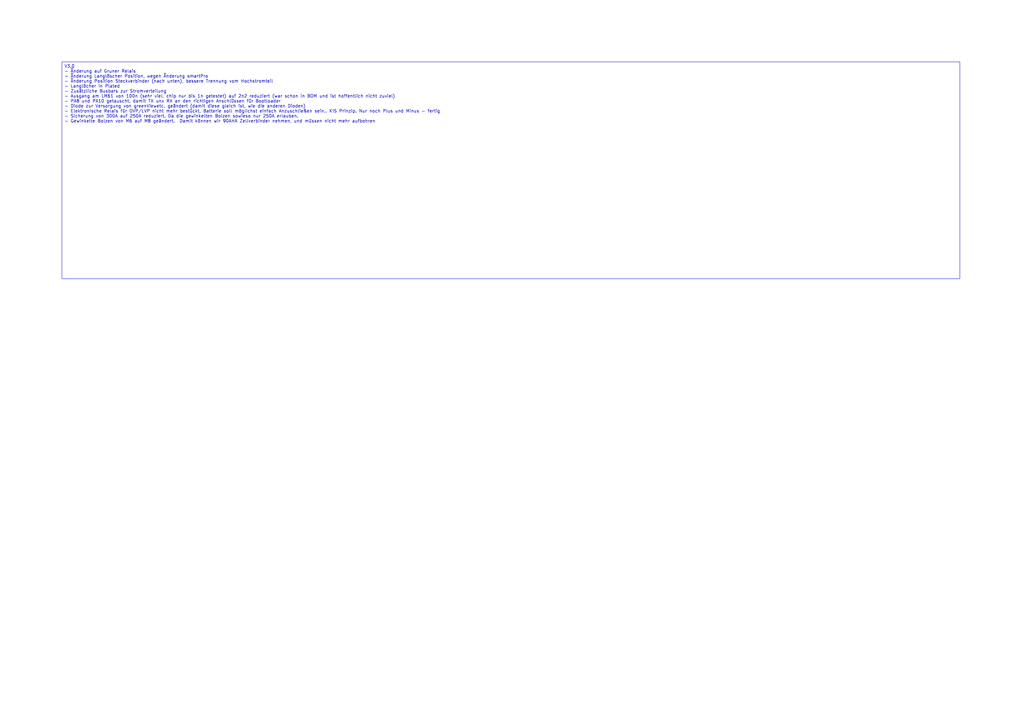
<source format=kicad_sch>
(kicad_sch
	(version 20250114)
	(generator "eeschema")
	(generator_version "9.0")
	(uuid "7cf6b16c-e94c-4a7a-b931-cb732e94cf90")
	(paper "A3")
	(lib_symbols)
	(text_box "V3.0\n- Änderung auf Gruner Relais\n- Änderung Langlöscher Position, wegen Änderung smartPro\n- Änderung Position Steckverbinder (nach unten), bessere Trennung vom Hochstromteil\n- Langlöcher in Plated\n- Zusätzliche Busbars zur Stromverteilung\n- Ausgang am LM61 von 100n (sehr viel, chip nur bis 1n getestet) auf 2n2 reduziert (war schon in BOM und ist hoffentlich nicht zuviel)\n- PA8 und PA10 getauscht, damit TX unx RX an den richtigen Anschlüssen für Bootloader\n- Diode zur Versorgung von greenViewetc. geändert (damit diese gleich ist, wie die anderen Dioden)\n- Elektronische Relais für OVP/LVP nicht mehr bestückt, Batterie soll möglichst einfach Anzuschließen sein.. KIS Prinzip. Nur noch Plus und Minus - fertig\n- Sicherung von 300A auf 250A reduziert. Da die gewinkelten Bolzen sowieso nur 250A erlauben.\n- Gewinkelte Bolzen von M6 auf M8 geändert.  Damit können wir 90AHA Zellverbinder nehmen, und müssen nicht mehr aufbohren\n\n"
		(exclude_from_sim no)
		(at 25.4 25.4 0)
		(size 368.3 88.9)
		(margins 0.9525 0.9525 0.9525 0.9525)
		(stroke
			(width 0)
			(type solid)
		)
		(fill
			(type none)
		)
		(effects
			(font
				(size 1.27 1.27)
			)
			(justify left top)
		)
		(uuid "05f4935c-d06f-496e-b92c-2cf746fb0dce")
	)
)

</source>
